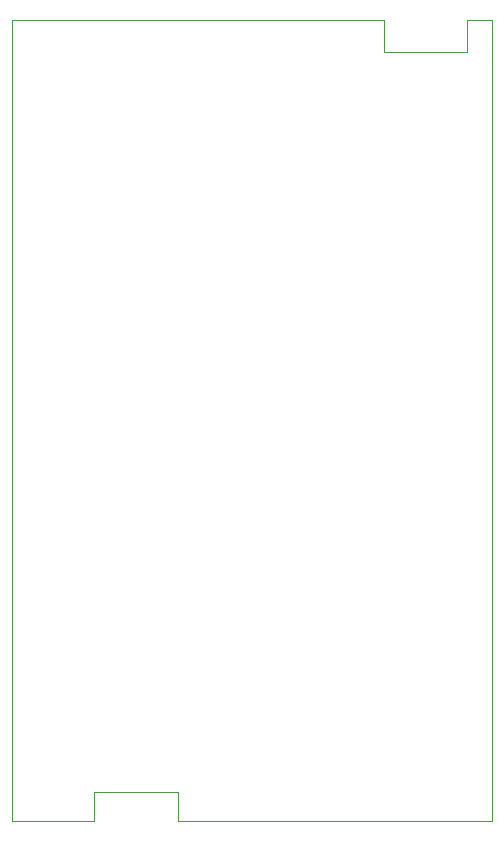
<source format=gm1>
G04 #@! TF.GenerationSoftware,KiCad,Pcbnew,9.0.2*
G04 #@! TF.CreationDate,2025-06-13T16:41:38+02:00*
G04 #@! TF.ProjectId,SenseMatePCB,53656e73-654d-4617-9465-5043422e6b69,rev?*
G04 #@! TF.SameCoordinates,Original*
G04 #@! TF.FileFunction,Profile,NP*
%FSLAX46Y46*%
G04 Gerber Fmt 4.6, Leading zero omitted, Abs format (unit mm)*
G04 Created by KiCad (PCBNEW 9.0.2) date 2025-06-13 16:41:38*
%MOMM*%
%LPD*%
G01*
G04 APERTURE LIST*
G04 #@! TA.AperFunction,Profile*
%ADD10C,0.050000*%
G04 #@! TD*
G04 APERTURE END LIST*
D10*
X93500000Y-111700000D02*
X93500000Y-114100000D01*
X79500000Y-84400000D02*
X79500000Y-77400000D01*
X86400000Y-114100000D02*
X79500000Y-114100000D01*
X111000000Y-46300000D02*
X79500000Y-46300000D01*
X86400000Y-114100000D02*
X86400000Y-111700000D01*
X111000000Y-46500000D02*
X111000000Y-46300000D01*
X79500000Y-67500000D02*
X79500000Y-74500000D01*
X120100000Y-46300000D02*
X118000000Y-46300000D01*
X79500000Y-114100000D02*
X79500000Y-84400000D01*
X79500000Y-67500000D02*
X79500000Y-46300000D01*
X93500000Y-114100000D02*
X120100000Y-114100000D01*
X120100000Y-114100000D02*
X120100000Y-46300000D01*
X86400000Y-111700000D02*
X93500000Y-111700000D01*
X118000000Y-49000000D02*
X118000000Y-46300000D01*
X79500000Y-76000000D02*
X79500000Y-77400000D01*
X111000000Y-49000000D02*
X118000000Y-49000000D01*
X79500000Y-76000000D02*
X79500000Y-74500000D01*
X111000000Y-46500000D02*
X111000000Y-49000000D01*
M02*

</source>
